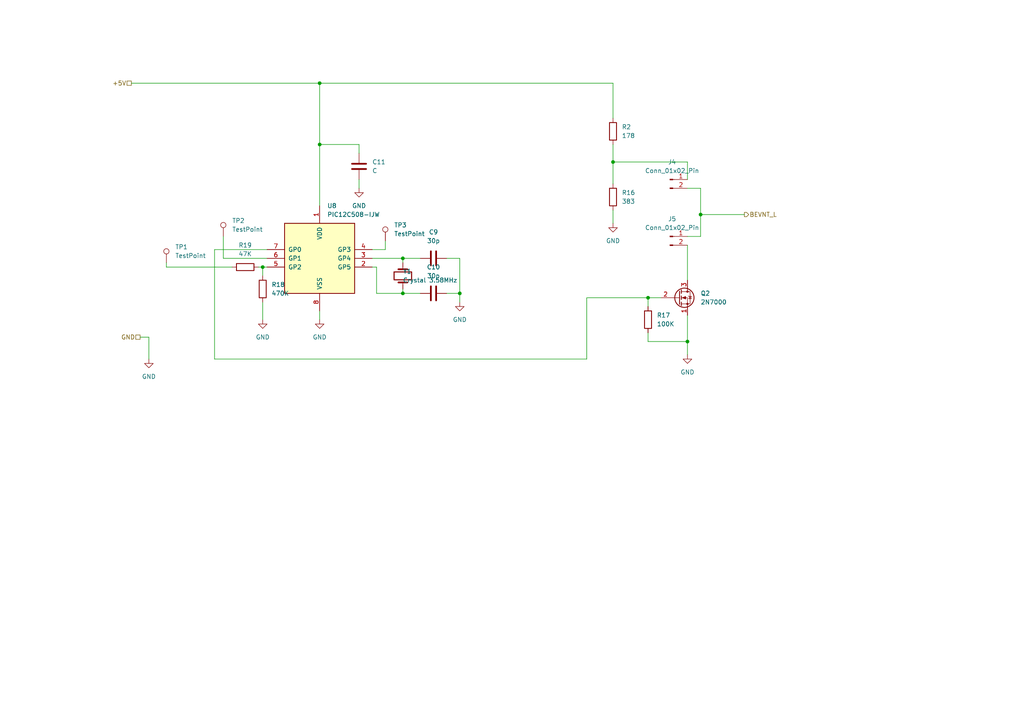
<source format=kicad_sch>
(kicad_sch (version 20230121) (generator eeschema)
  (paper "A4")
  (lib_symbols
    (symbol "Connector:Conn_01x02_Pin" (pin_names (offset 1.016) hide)
      (property "Reference" "J" (at 0 2.54 0))
      (property "Value" "Conn_01x02_Pin" (at 0 -5.08 0))
      (symbol "Conn_01x02_Pin_1_1"
        (polyline (pts (xy 1.27 -2.54) (xy 0.8636 -2.54)) (stroke (width 0.1524)))
        (polyline (pts (xy 1.27 0) (xy 0.8636 0)) (stroke (width 0.1524)))
        (rectangle (start 0.8636 -2.413) (end 0 -2.667) (stroke (width 0.1524)) (fill (type outline)))
        (rectangle (start 0.8636 0.127) (end 0 -0.127) (stroke (width 0.1524)) (fill (type outline)))
        (pin passive line (at 5.08 0 180) (length 3.81) (name "Pin_1") (number "1"))
        (pin passive line (at 5.08 -2.54 180) (length 3.81) (name "Pin_2") (number "2"))
      )
    )
    (symbol "Connector:TestPoint" (pin_numbers hide) (pin_names (offset 0.762) hide)
      (property "Reference" "TP" (at 0 6.858 0))
      (property "Value" "TestPoint" (at 0 5.08 0))
      (symbol "TestPoint_0_1"
        (circle (center 0 3.302) (radius 0.762))
      )
      (symbol "TestPoint_1_1"
        (pin passive line (at 0 0 90) (length 2.54) (name "1") (number "1"))
      )
    )
    (symbol "Device:C" (pin_numbers hide) (pin_names (offset 0.254))
      (property "Reference" "C" (at 0.635 2.54 0))
      (property "Value" "C" (at 0.635 -2.54 0))
      (symbol "C_0_1"
        (polyline (pts (xy -2.032 -0.762) (xy 2.032 -0.762)) (stroke (width 0.508)))
        (polyline (pts (xy -2.032 0.762) (xy 2.032 0.762)) (stroke (width 0.508)))
      )
      (symbol "C_1_1"
        (pin passive line (at 0 3.81 270) (length 2.794) (name "~") (number "1"))
        (pin passive line (at 0 -3.81 90) (length 2.794) (name "~") (number "2"))
      )
    )
    (symbol "Device:Crystal" (pin_numbers hide) (pin_names (offset 1.016) hide)
      (property "Reference" "Y" (at 0 3.81 0))
      (property "Value" "Crystal" (at 0 -3.81 0))
      (symbol "Crystal_0_1"
        (rectangle (start -1.143 2.54) (end 1.143 -2.54) (stroke (width 0.3048)))
        (polyline (pts (xy -2.54 0) (xy -1.905 0)))
        (polyline (pts (xy -1.905 -1.27) (xy -1.905 1.27)) (stroke (width 0.508)))
        (polyline (pts (xy 1.905 -1.27) (xy 1.905 1.27)) (stroke (width 0.508)))
        (polyline (pts (xy 2.54 0) (xy 1.905 0)))
      )
      (symbol "Crystal_1_1"
        (pin passive line (at -3.81 0 0) (length 1.27) (name "1") (number "1"))
        (pin passive line (at 3.81 0 180) (length 1.27) (name "2") (number "2"))
      )
    )
    (symbol "Device:R" (pin_numbers hide) (pin_names (offset 0))
      (property "Reference" "R" (at 2.032 0 90))
      (property "Value" "R" (at 0 0 90))
      (symbol "R_0_1"
        (rectangle (start -1.016 -2.54) (end 1.016 2.54) (stroke (width 0.254)))
      )
      (symbol "R_1_1"
        (pin passive line (at 0 3.81 270) (length 1.27) (name "~") (number "1"))
        (pin passive line (at 0 -3.81 90) (length 1.27) (name "~") (number "2"))
      )
    )
    (symbol "MCU_Microchip_PIC12:PIC12C508-IJW" (pin_names (offset 1.016))
      (property "Reference" "U" (at 1.27 13.97 0))
      (property "Value" "PIC12C508-IJW" (at 1.27 11.43 0))
      (symbol "PIC12C508-IJW_0_1"
        (rectangle (start 10.16 -10.16) (end -10.16 10.16) (stroke (width 0.254)) (fill (type background)))
      )
      (symbol "PIC12C508-IJW_1_1"
        (pin power_in line (at 0 15.24 270) (length 5.08) (name "VDD") (number "1"))
        (pin bidirectional line (at 15.24 -2.54 180) (length 5.08) (name "GP5") (number "2"))
        (pin bidirectional line (at 15.24 0 180) (length 5.08) (name "GP4") (number "3"))
        (pin input line (at 15.24 2.54 180) (length 5.08) (name "GP3") (number "4"))
        (pin bidirectional line (at -15.24 -2.54 0) (length 5.08) (name "GP2") (number "5"))
        (pin bidirectional line (at -15.24 0 0) (length 5.08) (name "GP1") (number "6"))
        (pin bidirectional line (at -15.24 2.54 0) (length 5.08) (name "GP0") (number "7"))
        (pin power_in line (at 0 -15.24 90) (length 5.08) (name "VSS") (number "8"))
      )
    )
    (symbol "Transistor_FET:2N7000" (pin_names hide)
      (property "Reference" "Q" (at 5.08 1.905 0))
      (property "Value" "2N7000" (at 5.08 0 0))
      (symbol "2N7000_0_1"
        (polyline (pts (xy 0.254 0) (xy -2.54 0)))
        (polyline (pts (xy 0.254 1.905) (xy 0.254 -1.905)) (stroke (width 0.254)))
        (polyline (pts (xy 0.762 -1.27) (xy 0.762 -2.286)) (stroke (width 0.254)))
        (polyline (pts (xy 0.762 0.508) (xy 0.762 -0.508)) (stroke (width 0.254)))
        (polyline (pts (xy 0.762 2.286) (xy 0.762 1.27)) (stroke (width 0.254)))
        (polyline (pts (xy 2.54 2.54) (xy 2.54 1.778)))
        (polyline (pts (xy 2.54 -2.54) (xy 2.54 0) (xy 0.762 0)))
        (polyline (pts (xy 0.762 -1.778) (xy 3.302 -1.778) (xy 3.302 1.778) (xy 0.762 1.778)))
        (polyline (pts (xy 1.016 0) (xy 2.032 0.381) (xy 2.032 -0.381) (xy 1.016 0)) (fill (type outline)))
        (polyline (pts (xy 2.794 0.508) (xy 2.921 0.381) (xy 3.683 0.381) (xy 3.81 0.254)))
        (polyline (pts (xy 3.302 0.381) (xy 2.921 -0.254) (xy 3.683 -0.254) (xy 3.302 0.381)))
        (circle (center 1.651 0) (radius 2.794) (stroke (width 0.254)))
        (circle (center 2.54 -1.778) (radius 0.254) (fill (type outline)))
        (circle (center 2.54 1.778) (radius 0.254) (fill (type outline)))
      )
      (symbol "2N7000_1_1"
        (pin passive line (at 2.54 -5.08 90) (length 2.54) (name "S") (number "1"))
        (pin input line (at -5.08 0 0) (length 2.54) (name "G") (number "2"))
        (pin passive line (at 2.54 5.08 270) (length 2.54) (name "D") (number "3"))
      )
    )
    (symbol "power:GND" (power) (pin_names (offset 0))
      (property "Value" "GND" (at 0 -3.81 0))
      (symbol "GND_0_1"
        (polyline (pts (xy 0 0) (xy 0 -1.27) (xy 1.27 -1.27) (xy 0 -2.54) (xy -1.27 -1.27) (xy 0 -1.27)))
      )
      (symbol "GND_1_1"
        (pin power_in line (at 0 0 270) (length 0) hide (name "GND") (number "1"))
      )
    )
  )
  (junction (at 199.39 99.06))
  (junction (at 177.8 46.99))
  (junction (at 116.84 85.09))
  (junction (at 187.96 86.36))
  (junction (at 116.84 74.93))
  (junction (at 76.2 77.47))
  (junction (at 133.35 85.09))
  (junction (at 92.71 24.13))
  (junction (at 92.71 41.91))
  (junction (at 203.2 62.23))
  (wire (pts (xy 76.2 87.63) (xy 76.2 92.71)))
  (wire (pts (xy 199.39 54.61) (xy 203.2 54.61)))
  (wire (pts (xy 116.84 76.2) (xy 116.84 74.93)))
  (wire (pts (xy 187.96 99.06) (xy 199.39 99.06)))
  (wire (pts (xy 199.39 68.58) (xy 203.2 68.58)))
  (wire (pts (xy 187.96 96.52) (xy 187.96 99.06)))
  (wire (pts (xy 64.77 74.93) (xy 64.77 68.58)))
  (wire (pts (xy 92.71 41.91) (xy 92.71 59.69)))
  (wire (pts (xy 199.39 71.12) (xy 199.39 81.28)))
  (wire (pts (xy 199.39 91.44) (xy 199.39 99.06)))
  (wire (pts (xy 107.95 77.47) (xy 109.22 77.47)))
  (wire (pts (xy 133.35 74.93) (xy 133.35 85.09)))
  (wire (pts (xy 177.8 24.13) (xy 177.8 34.29)))
  (wire (pts (xy 116.84 85.09) (xy 116.84 83.82)))
  (wire (pts (xy 177.8 41.91) (xy 177.8 46.99)))
  (wire (pts (xy 92.71 24.13) (xy 177.8 24.13)))
  (wire (pts (xy 203.2 54.61) (xy 203.2 62.23)))
  (wire (pts (xy 203.2 62.23) (xy 215.9 62.23)))
  (wire (pts (xy 76.2 77.47) (xy 76.2 80.01)))
  (wire (pts (xy 109.22 77.47) (xy 109.22 85.09)))
  (wire (pts (xy 92.71 90.17) (xy 92.71 92.71)))
  (wire (pts (xy 77.47 72.39) (xy 62.23 72.39)))
  (wire (pts (xy 109.22 85.09) (xy 116.84 85.09)))
  (wire (pts (xy 116.84 85.09) (xy 121.92 85.09)))
  (wire (pts (xy 38.1 24.13) (xy 92.71 24.13)))
  (wire (pts (xy 129.54 85.09) (xy 133.35 85.09)))
  (wire (pts (xy 170.18 86.36) (xy 187.96 86.36)))
  (wire (pts (xy 48.26 77.47) (xy 48.26 76.2)))
  (wire (pts (xy 43.18 104.14) (xy 43.18 97.79)))
  (wire (pts (xy 76.2 77.47) (xy 77.47 77.47)))
  (wire (pts (xy 74.93 77.47) (xy 76.2 77.47)))
  (wire (pts (xy 177.8 46.99) (xy 177.8 53.34)))
  (wire (pts (xy 111.76 72.39) (xy 111.76 69.85)))
  (wire (pts (xy 203.2 62.23) (xy 203.2 68.58)))
  (wire (pts (xy 104.14 41.91) (xy 92.71 41.91)))
  (wire (pts (xy 199.39 99.06) (xy 199.39 102.87)))
  (wire (pts (xy 133.35 85.09) (xy 133.35 87.63)))
  (wire (pts (xy 187.96 86.36) (xy 187.96 88.9)))
  (wire (pts (xy 107.95 72.39) (xy 111.76 72.39)))
  (wire (pts (xy 129.54 74.93) (xy 133.35 74.93)))
  (wire (pts (xy 187.96 86.36) (xy 191.77 86.36)))
  (wire (pts (xy 177.8 46.99) (xy 199.39 46.99)))
  (wire (pts (xy 62.23 104.14) (xy 170.18 104.14)))
  (wire (pts (xy 43.18 97.79) (xy 40.64 97.79)))
  (wire (pts (xy 199.39 52.07) (xy 199.39 46.99)))
  (wire (pts (xy 92.71 24.13) (xy 92.71 41.91)))
  (wire (pts (xy 77.47 74.93) (xy 64.77 74.93)))
  (wire (pts (xy 62.23 72.39) (xy 62.23 104.14)))
  (wire (pts (xy 177.8 60.96) (xy 177.8 64.77)))
  (wire (pts (xy 116.84 74.93) (xy 121.92 74.93)))
  (wire (pts (xy 104.14 44.45) (xy 104.14 41.91)))
  (wire (pts (xy 104.14 52.07) (xy 104.14 54.61)))
  (wire (pts (xy 170.18 104.14) (xy 170.18 86.36)))
  (wire (pts (xy 67.31 77.47) (xy 48.26 77.47)))
  (wire (pts (xy 107.95 74.93) (xy 116.84 74.93)))
  (hierarchical_label "BEVNT_L" (shape output) (at 215.9 62.23 0))
  (hierarchical_label "+5V" (shape passive) (at 38.1 24.13 180))
  (hierarchical_label "GND" (shape passive) (at 40.64 97.79 180))
  (symbol (lib_id "Connector:Conn_01x02_Pin") (at 194.31 68.58 0) (unit 1)
    (property "Reference" "J5" (at 194.945 63.5 0))
    (property "Value" "Conn_01x02_Pin" (at 194.945 66.04 0))
  )
  (symbol (lib_id "power:GND") (at 177.8 64.77 0) (unit 1)
    (property "Reference" "#PWR039" (effects hide))
    (property "Value" "GND" (at 177.8 69.85 0))
  )
  (symbol (lib_id "Connector:TestPoint") (at 111.76 69.85 0) (unit 1)
    (property "Reference" "TP3" (at 114.3 65.278 0) (effects (justify left)))
    (property "Value" "TestPoint" (at 114.3 67.818 0) (effects (justify left)))
  )
  (symbol (lib_id "Device:R") (at 177.8 57.15 0) (unit 1)
    (property "Reference" "R16" (at 180.34 55.88 0) (effects (justify left)))
    (property "Value" "383" (at 180.34 58.42 0) (effects (justify left)))
  )
  (symbol (lib_id "Device:C") (at 125.73 85.09 90) (unit 1)
    (property "Reference" "C10" (at 125.73 77.47 90))
    (property "Value" "30p" (at 125.73 80.01 90))
  )
  (symbol (lib_id "power:GND") (at 76.2 92.71 0) (unit 1)
    (property "Reference" "#PWR041" (effects hide))
    (property "Value" "GND" (at 76.2 97.79 0))
  )
  (symbol (lib_id "power:GND") (at 92.71 92.71 0) (unit 1)
    (property "Reference" "#PWR042" (effects hide))
    (property "Value" "GND" (at 92.71 97.79 0))
  )
  (symbol (lib_id "Device:R") (at 177.8 38.1 0) (unit 1)
    (property "Reference" "R2" (at 180.34 36.83 0) (effects (justify left)))
    (property "Value" "178" (at 180.34 39.37 0) (effects (justify left)))
  )
  (symbol (lib_id "power:GND") (at 104.14 54.61 0) (unit 1)
    (property "Reference" "#PWR043" (effects hide))
    (property "Value" "GND" (at 104.14 59.69 0))
  )
  (symbol (lib_id "Device:Crystal") (at 116.84 80.01 90) (unit 1)
    (property "Reference" "Y1" (at 116.84 78.74 90) (effects (justify right)))
    (property "Value" "Crystal 3.58MHz" (at 116.84 81.28 90) (effects (justify right)))
  )
  (symbol (lib_id "Transistor_FET:2N7000") (at 196.85 86.36 0) (unit 1)
    (property "Reference" "Q2" (at 203.2 85.09 0) (effects (justify left)))
    (property "Value" "2N7000" (at 203.2 87.63 0) (effects (justify left)))
    (property "Footprint" "Package_TO_SOT_THT:TO-92_Inline" (effects hide))
    (property "Datasheet" "https://www.vishay.com/docs/70226/70226.pdf" (effects hide))
  )
  (symbol (lib_id "Connector:TestPoint") (at 64.77 68.58 0) (unit 1)
    (property "Reference" "TP2" (at 67.31 64.008 0) (effects (justify left)))
    (property "Value" "TestPoint" (at 67.31 66.548 0) (effects (justify left)))
  )
  (symbol (lib_id "Connector:TestPoint") (at 48.26 76.2 0) (unit 1)
    (property "Reference" "TP1" (at 50.8 71.628 0) (effects (justify left)))
    (property "Value" "TestPoint" (at 50.8 74.168 0) (effects (justify left)))
  )
  (symbol (lib_id "Connector:Conn_01x02_Pin") (at 194.31 52.07 0) (unit 1)
    (property "Reference" "J4" (at 194.945 46.99 0))
    (property "Value" "Conn_01x02_Pin" (at 194.945 49.53 0))
  )
  (symbol (lib_id "Device:R") (at 76.2 83.82 0) (unit 1)
    (property "Reference" "R18" (at 78.74 82.55 0) (effects (justify left)))
    (property "Value" "470K" (at 78.74 85.09 0) (effects (justify left)))
  )
  (symbol (lib_id "Device:R") (at 71.12 77.47 90) (unit 1)
    (property "Reference" "R19" (at 71.12 71.12 90))
    (property "Value" "47K" (at 71.12 73.66 90))
  )
  (symbol (lib_id "power:GND") (at 199.39 102.87 0) (unit 1)
    (property "Reference" "#PWR038" (effects hide))
    (property "Value" "GND" (at 199.39 107.95 0))
  )
  (symbol (lib_id "Device:C") (at 104.14 48.26 0) (unit 1)
    (property "Reference" "C11" (at 107.95 46.99 0) (effects (justify left)))
    (property "Value" "C" (at 107.95 49.53 0) (effects (justify left)))
  )
  (symbol (lib_id "power:GND") (at 43.18 104.14 0) (unit 1)
    (property "Reference" "#PWR017" (effects hide))
    (property "Value" "GND" (at 43.18 109.22 0))
  )
  (symbol (lib_id "MCU_Microchip_PIC12:PIC12C508-IJW") (at 92.71 74.93 0) (unit 1)
    (property "Reference" "U8" (at 94.9041 59.69 0) (effects (justify left)))
    (property "Value" "PIC12C508-IJW" (at 94.9041 62.23 0) (effects (justify left)))
    (property "Footprint" "Package_DIP:DIP-8_W7.62mm" (effects hide))
    (property "Datasheet" "http://ww1.microchip.com/downloads/en/devicedoc/40139e.pdf" (effects hide))
  )
  (symbol (lib_id "power:GND") (at 133.35 87.63 0) (unit 1)
    (property "Reference" "#PWR040" (effects hide))
    (property "Value" "GND" (at 133.35 92.71 0))
  )
  (symbol (lib_id "Device:R") (at 187.96 92.71 0) (unit 1)
    (property "Reference" "R17" (at 190.5 91.44 0) (effects (justify left)))
    (property "Value" "100K" (at 190.5 93.98 0) (effects (justify left)))
  )
  (symbol (lib_id "Device:C") (at 125.73 74.93 90) (unit 1)
    (property "Reference" "C9" (at 125.73 67.31 90))
    (property "Value" "30p" (at 125.73 69.85 90))
  )
)
</source>
